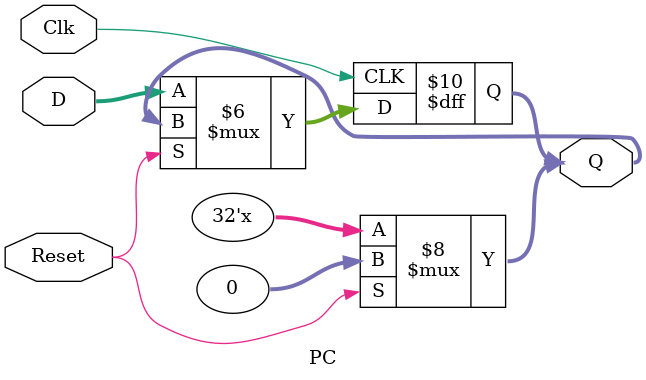
<source format=v>
`timescale 1ns / 1ps
module PC(D, Clk, Reset, Q);
  parameter n=32;
// codes
  input [n - 1: 0] D;
  input Clk, Reset;
  output reg [n - 1: 0] Q = 32'bx;
  always @ (Reset) begin
  if (Reset == 1'b1) Q <= 32'b0;
  end
  always @(posedge Clk) begin
  if (Reset == 1'b0) Q <= D;
  end
endmodule
</source>
